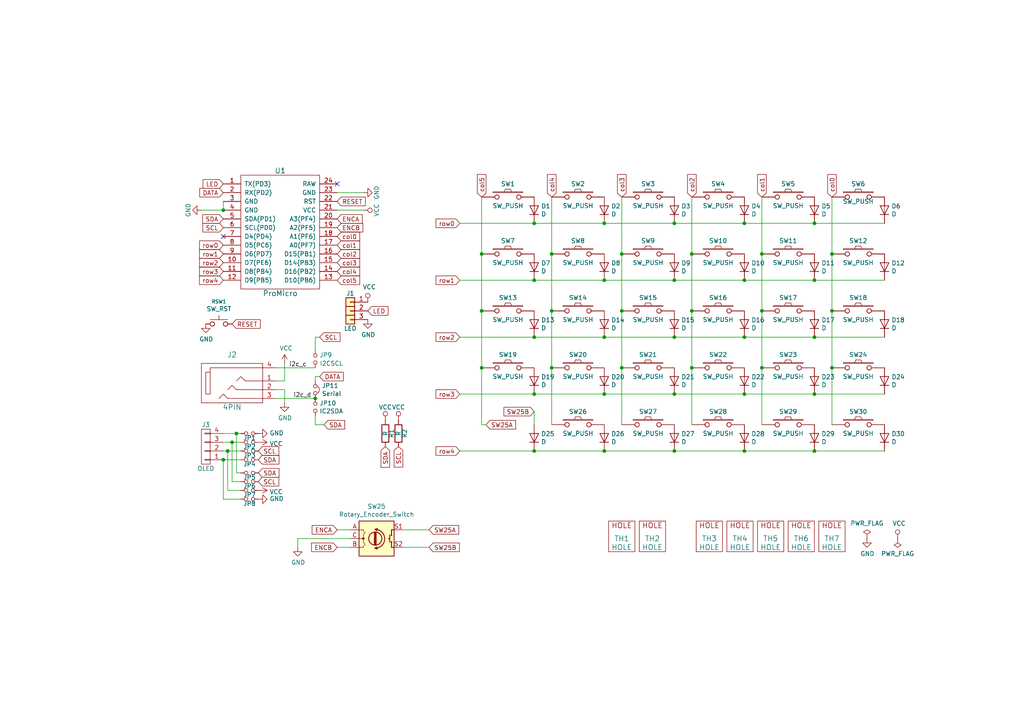
<source format=kicad_sch>
(kicad_sch (version 20211123) (generator eeschema)
  (paper "A4")
  (lib_symbols
    (symbol "SofleKeyboard-rescue:D-Lily58-cache-Lily58_Pro-rescue" (pin_numbers hide) (pin_names (offset 1.016) hide)
      (property "Reference" "D" (at 0 2.54 0))
      (property "Value" "D-Lily58-cache-Lily58_Pro-rescue" (at 0 -2.54 0))
      (symbol "D-Lily58-cache-Lily58_Pro-rescue_1_1"
        (pin passive line (at -3.81 0 0) (length 2.54) (name "K") (number "1"))
        (pin passive line (at 3.81 0 180) (length 2.54) (name "A") (number "2"))
      )
    )
    (symbol "SofleKeyboard-rescue:GND-Lily58-cache-Lily58_Pro-rescue" (power) (pin_names (offset 0))
      (property "Value" "GND-Lily58-cache-Lily58_Pro-rescue" (at 0 -3.81 0))
      (symbol "GND-Lily58-cache-Lily58_Pro-rescue_1_1"
        (pin power_in line (at 0 0 0) (length 0) hide (name "GND") (number "1"))
      )
    )
    (symbol "SofleKeyboard-rescue:HOLE-Lily58-cache-Lily58_Pro-rescue" (pin_names (offset 1.016))
      (property "Reference" "U" (at 0 0 0))
      (property "Value" "HOLE-Lily58-cache-Lily58_Pro-rescue" (at 0 -5.08 0))
      (symbol "HOLE-Lily58-cache-Lily58_Pro-rescue_0_0"
        (text "HOLE" (at 0 3.81 0) (effects (font (size 1.524 1.524))))
      )
    )
    (symbol "SofleKeyboard-rescue:Jumper_NC_Small-Device" (pin_numbers hide) (pin_names (offset 0.762) hide)
      (property "Reference" "JP" (at 0 2.032 0))
      (property "Value" "Jumper_NC_Small-Device" (at 0.254 -1.524 0))
      (symbol "Jumper_NC_Small-Device_0_1"
        (pin passive line (at -2.54 0 0) (length 1.016) (name "1") (number "1"))
        (pin passive line (at 2.54 0 180) (length 1.016) (name "2") (number "2"))
      )
    )
    (symbol "SofleKeyboard-rescue:Jumper_NO_Small-Device" (pin_numbers hide) (pin_names (offset 0.762) hide)
      (property "Reference" "JP" (at 0 2.032 0))
      (property "Value" "Jumper_NO_Small-Device" (at 0.254 -1.524 0))
      (symbol "Jumper_NO_Small-Device_0_1"
        (pin passive line (at -2.54 0 0) (length 1.016) (name "1") (number "1"))
        (pin passive line (at 2.54 0 180) (length 1.016) (name "2") (number "2"))
      )
    )
    (symbol "SofleKeyboard-rescue:LED-Lily58-cache-Lily58_Pro-rescue" (pin_names (offset 1.016) hide)
      (property "Reference" "J" (at 0 5.08 0))
      (property "Value" "LED-Lily58-cache-Lily58_Pro-rescue" (at 0 -5.08 0))
      (symbol "LED-Lily58-cache-Lily58_Pro-rescue_1_1"
        (pin passive line (at 5.08 2.54 180) (length 3.81) (name "Pin_1") (number "1"))
        (pin passive line (at 5.08 0 180) (length 3.81) (name "Pin_2") (number "2"))
        (pin passive line (at 5.08 -2.54 180) (length 3.81) (name "Pin_3") (number "3"))
      )
    )
    (symbol "SofleKeyboard-rescue:MJ-4PP-9-Lily58-cache-Lily58_Pro-rescue" (pin_names (offset 1.016))
      (property "Reference" "J" (at -8.89 -7.62 0))
      (property "Value" "MJ-4PP-9-Lily58-cache-Lily58_Pro-rescue" (at -3.81 6.35 0))
      (symbol "MJ-4PP-9-Lily58-cache-Lily58_Pro-rescue_1_1"
        (pin passive line (at 11.43 0 180) (length 3.81) (name "~") (number "1"))
        (pin passive line (at 11.43 -2.54 180) (length 3.81) (name "~") (number "2"))
        (pin passive line (at 11.43 -5.08 180) (length 3.81) (name "~") (number "3"))
        (pin passive line (at 11.43 3.81 180) (length 3.81) (name "~") (number "4"))
      )
    )
    (symbol "SofleKeyboard-rescue:OLED-Lily58-cache-Lily58_Pro-rescue" (pin_names (offset 1.016) hide)
      (property "Reference" "J" (at 0 6.35 0))
      (property "Value" "OLED-Lily58-cache-Lily58_Pro-rescue" (at 2.54 0 90))
      (symbol "OLED-Lily58-cache-Lily58_Pro-rescue_1_1"
        (pin passive line (at -5.08 3.81 0) (length 3.81) (name "P1") (number "1"))
        (pin passive line (at -5.08 1.27 0) (length 3.81) (name "P2") (number "2"))
        (pin passive line (at -5.08 -1.27 0) (length 3.81) (name "P3") (number "3"))
        (pin passive line (at -5.08 -3.81 0) (length 3.81) (name "P4") (number "4"))
      )
    )
    (symbol "SofleKeyboard-rescue:PWR_FLAG-Lily58-cache-Lily58_Pro-rescue" (power) (pin_numbers hide) (pin_names (offset 0) hide)
      (property "Value" "PWR_FLAG-Lily58-cache-Lily58_Pro-rescue" (at 0 3.81 0))
      (symbol "PWR_FLAG-Lily58-cache-Lily58_Pro-rescue_0_0"
        (pin power_out line (at 0 0 90) (length 0) (name "pwr") (number "1"))
      )
    )
    (symbol "SofleKeyboard-rescue:ProMicro_2-Lily58-cache-Lily58_Pro-rescue" (pin_names (offset 1.016))
      (property "Reference" "U" (at 0 17.78 0))
      (property "Value" "ProMicro_2-Lily58-cache-Lily58_Pro-rescue" (at 0 -17.78 0))
      (symbol "ProMicro_2-Lily58-cache-Lily58_Pro-rescue_1_1"
        (pin input line (at -16.51 13.97 0) (length 5.08) (name "TX(PD3)") (number "1"))
        (pin input line (at -16.51 -8.89 0) (length 5.08) (name "D7(PE6)") (number "10"))
        (pin input line (at -16.51 -11.43 0) (length 5.08) (name "D8(PB4)") (number "11"))
        (pin input line (at -16.51 -13.97 0) (length 5.08) (name "D9(PB5)") (number "12"))
        (pin input line (at 16.51 -13.97 180) (length 5.08) (name "D10(PB6)") (number "13"))
        (pin input line (at 16.51 -11.43 180) (length 5.08) (name "D16(PB2)") (number "14"))
        (pin input line (at 16.51 -8.89 180) (length 5.08) (name "D14(PB3)") (number "15"))
        (pin input line (at 16.51 -6.35 180) (length 5.08) (name "D15(PB1)") (number "16"))
        (pin input line (at 16.51 -3.81 180) (length 5.08) (name "A0(PF7)") (number "17"))
        (pin input line (at 16.51 -1.27 180) (length 5.08) (name "A1(PF6)") (number "18"))
        (pin input line (at 16.51 1.27 180) (length 5.08) (name "A2(PF5)") (number "19"))
        (pin input line (at -16.51 11.43 0) (length 5.08) (name "RX(PD2)") (number "2"))
        (pin input line (at 16.51 3.81 180) (length 5.08) (name "A3(PF4)") (number "20"))
        (pin input line (at 16.51 6.35 180) (length 5.08) (name "VCC") (number "21"))
        (pin input line (at 16.51 8.89 180) (length 5.08) (name "RST") (number "22"))
        (pin input line (at 16.51 11.43 180) (length 5.08) (name "GND") (number "23"))
        (pin input line (at 16.51 13.97 180) (length 5.08) (name "RAW") (number "24"))
        (pin input line (at -16.51 8.89 0) (length 5.08) (name "GND") (number "3"))
        (pin input line (at -16.51 6.35 0) (length 5.08) (name "GND") (number "4"))
        (pin input line (at -16.51 3.81 0) (length 5.08) (name "SDA(PD1)") (number "5"))
        (pin input line (at -16.51 1.27 0) (length 5.08) (name "SCL(PD0)") (number "6"))
        (pin input line (at -16.51 -1.27 0) (length 5.08) (name "D4(PD4)") (number "7"))
        (pin input line (at -16.51 -3.81 0) (length 5.08) (name "D5(PC6)") (number "8"))
        (pin input line (at -16.51 -6.35 0) (length 5.08) (name "D6(PD7)") (number "9"))
      )
    )
    (symbol "SofleKeyboard-rescue:R-Lily58-cache-Lily58_Pro-rescue" (pin_numbers hide) (pin_names (offset 0))
      (property "Reference" "R" (at 0 0 90))
      (property "Value" "R-Lily58-cache-Lily58_Pro-rescue" (at -2.54 0 90))
      (symbol "R-Lily58-cache-Lily58_Pro-rescue_1_1"
        (pin passive line (at 0 3.81 270) (length 1.27) (name "~") (number "1"))
        (pin passive line (at 0 -3.81 90) (length 1.27) (name "~") (number "2"))
      )
    )
    (symbol "SofleKeyboard-rescue:Rotary_Encoder_Switch-Device" (pin_names (offset 0.254) hide)
      (property "Reference" "SW" (at 0 6.604 0))
      (property "Value" "Rotary_Encoder_Switch-Device" (at 0 -6.604 0))
      (symbol "Rotary_Encoder_Switch-Device_1_1"
        (pin passive line (at -7.62 2.54 0) (length 2.54) (name "A") (number "A"))
        (pin passive line (at -7.62 -2.54 0) (length 2.54) (name "B") (number "B"))
        (pin passive line (at -7.62 0 0) (length 2.54) (name "C") (number "C"))
        (pin passive line (at 7.62 2.54 180) (length 2.54) (name "S1") (number "S1"))
        (pin passive line (at 7.62 -2.54 180) (length 2.54) (name "S2") (number "S2"))
      )
    )
    (symbol "SofleKeyboard-rescue:SW_PUSH-Lily58-cache-Lily58_Pro-rescue" (pin_numbers hide) (pin_names (offset 1.016) hide)
      (property "Reference" "SW" (at 3.81 2.794 0))
      (property "Value" "SW_PUSH-Lily58-cache-Lily58_Pro-rescue" (at 0 -2.032 0))
      (symbol "SW_PUSH-Lily58-cache-Lily58_Pro-rescue_0_1"
        (pin passive inverted (at -7.62 0 0) (length 5.08) (name "1") (number "1"))
        (pin passive inverted (at 7.62 0 180) (length 5.08) (name "2") (number "2"))
      )
    )
    (symbol "SofleKeyboard-rescue:SW_RST-Lily58-cache-Lily58_Pro-rescue" (pin_numbers hide) (pin_names (offset 1.016) hide)
      (property "Reference" "RSW" (at 2.54 2.54 0))
      (property "Value" "SW_RST-Lily58-cache-Lily58_Pro-rescue" (at 0 -2.54 0))
      (symbol "SW_RST-Lily58-cache-Lily58_Pro-rescue_0_1"
        (pin passive inverted (at -3.81 0 0) (length 2.54) (name "1") (number "1"))
        (pin passive inverted (at 3.81 0 180) (length 2.54) (name "2") (number "2"))
      )
    )
    (symbol "SofleKeyboard-rescue:VCC-Lily58-cache-Lily58_Pro-rescue" (power) (pin_names (offset 0))
      (property "Value" "VCC-Lily58-cache-Lily58_Pro-rescue" (at 0 3.81 0))
      (symbol "VCC-Lily58-cache-Lily58_Pro-rescue_1_1"
        (pin power_in line (at 0 0 90) (length 0) hide (name "VCC") (number "1"))
      )
    )
    (symbol "power:GND" (power) (pin_names (offset 0))
      (property "Value" "GND" (at 0 -3.81 0))
      (symbol "GND_1_1"
        (pin power_in line (at 0 0 270) (length 0) hide (name "GND") (number "1"))
      )
    )
    (symbol "power:VCC" (power) (pin_names (offset 0))
      (property "Value" "VCC" (at 0 3.81 0))
      (symbol "VCC_1_1"
        (pin power_in line (at 0 0 90) (length 0) hide (name "VCC") (number "1"))
      )
    )
  )
  (junction (at 236.22 64.77))
  (junction (at 180.34 106.68))
  (junction (at 175.26 81.28))
  (junction (at 200.66 73.66))
  (junction (at 236.22 114.3))
  (junction (at 154.94 114.3))
  (junction (at 175.26 114.3))
  (junction (at 180.34 73.66))
  (junction (at 175.26 97.79))
  (junction (at 195.58 81.28))
  (junction (at 215.9 130.81))
  (junction (at 154.94 97.79))
  (junction (at 220.98 106.68))
  (junction (at 195.58 130.81))
  (junction (at 220.98 90.17))
  (junction (at 139.7 90.17))
  (junction (at 215.9 64.77))
  (junction (at 220.98 73.66))
  (junction (at 195.58 114.3))
  (junction (at 241.3 73.66))
  (junction (at 66.04 130.81))
  (junction (at 160.02 106.68))
  (junction (at 180.34 90.17))
  (junction (at 91.44 115.57))
  (junction (at 139.7 106.68))
  (junction (at 64.77 60.96))
  (junction (at 64.77 133.35))
  (junction (at 215.9 81.28))
  (junction (at 200.66 90.17))
  (junction (at 154.94 130.81))
  (junction (at 241.3 106.68))
  (junction (at 236.22 81.28))
  (junction (at 195.58 64.77))
  (junction (at 195.58 97.79))
  (junction (at 67.31 128.27))
  (junction (at 68.58 125.73))
  (junction (at 154.94 64.77))
  (junction (at 154.94 81.28))
  (junction (at 215.9 114.3))
  (junction (at 236.22 97.79))
  (junction (at 236.22 130.81))
  (junction (at 200.66 106.68))
  (junction (at 175.26 64.77))
  (junction (at 241.3 90.17))
  (junction (at 139.7 73.66))
  (junction (at 175.26 130.81))
  (junction (at 160.02 90.17))
  (junction (at 160.02 73.66))
  (junction (at 215.9 97.79))
  (no_connect (at 64.77 68.58))
  (no_connect (at 97.79 53.34))
  (wire (pts (xy 116.84 158.75) (xy 124.46 158.75)))
  (wire (pts (xy 66.04 130.81) (xy 69.85 130.81)))
  (wire (pts (xy 64.77 130.81) (xy 66.04 130.81)))
  (wire (pts (xy 195.58 130.81) (xy 215.9 130.81)))
  (wire (pts (xy 180.34 73.66) (xy 180.34 90.17)))
  (wire (pts (xy 175.26 114.3) (xy 154.94 114.3)))
  (wire (pts (xy 116.84 153.67) (xy 124.46 153.67)))
  (wire (pts (xy 91.44 123.19) (xy 93.98 123.19)))
  (wire (pts (xy 215.9 97.79) (xy 236.22 97.79)))
  (wire (pts (xy 139.7 57.15) (xy 139.7 73.66)))
  (wire (pts (xy 236.22 114.3) (xy 256.54 114.3)))
  (wire (pts (xy 64.77 60.96) (xy 58.42 60.96)))
  (wire (pts (xy 175.26 130.81) (xy 195.58 130.81)))
  (wire (pts (xy 101.6 156.21) (xy 86.36 156.21)))
  (wire (pts (xy 215.9 130.81) (xy 236.22 130.81)))
  (wire (pts (xy 80.01 106.68) (xy 91.44 106.68)))
  (wire (pts (xy 139.7 106.68) (xy 139.7 123.19)))
  (wire (pts (xy 160.02 106.68) (xy 160.02 123.19)))
  (wire (pts (xy 64.77 144.78) (xy 69.85 144.78)))
  (wire (pts (xy 97.79 158.75) (xy 101.6 158.75)))
  (wire (pts (xy 67.31 128.27) (xy 69.85 128.27)))
  (wire (pts (xy 139.7 90.17) (xy 139.7 106.68)))
  (wire (pts (xy 154.94 64.77) (xy 133.35 64.77)))
  (wire (pts (xy 97.79 55.88) (xy 105.41 55.88)))
  (wire (pts (xy 82.55 113.03) (xy 82.55 116.84)))
  (wire (pts (xy 68.58 125.73) (xy 69.85 125.73)))
  (wire (pts (xy 64.77 133.35) (xy 64.77 144.78)))
  (wire (pts (xy 82.55 110.49) (xy 80.01 110.49)))
  (wire (pts (xy 195.58 64.77) (xy 215.9 64.77)))
  (wire (pts (xy 175.26 64.77) (xy 195.58 64.77)))
  (wire (pts (xy 215.9 114.3) (xy 236.22 114.3)))
  (wire (pts (xy 220.98 106.68) (xy 220.98 90.17)))
  (wire (pts (xy 64.77 128.27) (xy 67.31 128.27)))
  (wire (pts (xy 175.26 64.77) (xy 154.94 64.77)))
  (wire (pts (xy 180.34 57.15) (xy 180.34 73.66)))
  (wire (pts (xy 236.22 97.79) (xy 256.54 97.79)))
  (wire (pts (xy 133.35 130.81) (xy 154.94 130.81)))
  (wire (pts (xy 86.36 156.21) (xy 86.36 158.75)))
  (wire (pts (xy 195.58 81.28) (xy 215.9 81.28)))
  (wire (pts (xy 195.58 97.79) (xy 215.9 97.79)))
  (wire (pts (xy 67.31 139.7) (xy 69.85 139.7)))
  (wire (pts (xy 80.01 115.57) (xy 91.44 115.57)))
  (wire (pts (xy 64.77 58.42) (xy 64.77 60.96)))
  (wire (pts (xy 175.26 81.28) (xy 154.94 81.28)))
  (wire (pts (xy 175.26 81.28) (xy 195.58 81.28)))
  (wire (pts (xy 154.94 119.38) (xy 154.94 123.19)))
  (wire (pts (xy 180.34 90.17) (xy 180.34 106.68)))
  (wire (pts (xy 91.44 110.49) (xy 91.44 109.22)))
  (wire (pts (xy 154.94 81.28) (xy 133.35 81.28)))
  (wire (pts (xy 66.04 130.81) (xy 66.04 142.24)))
  (wire (pts (xy 195.58 114.3) (xy 215.9 114.3)))
  (wire (pts (xy 241.3 73.66) (xy 241.3 57.15)))
  (wire (pts (xy 68.58 137.16) (xy 69.85 137.16)))
  (wire (pts (xy 80.01 113.03) (xy 82.55 113.03)))
  (wire (pts (xy 68.58 125.73) (xy 68.58 137.16)))
  (wire (pts (xy 160.02 90.17) (xy 160.02 106.68)))
  (wire (pts (xy 82.55 105.41) (xy 82.55 110.49)))
  (wire (pts (xy 215.9 81.28) (xy 236.22 81.28)))
  (wire (pts (xy 66.04 142.24) (xy 69.85 142.24)))
  (wire (pts (xy 69.85 133.35) (xy 64.77 133.35)))
  (wire (pts (xy 91.44 97.79) (xy 92.71 97.79)))
  (wire (pts (xy 200.66 90.17) (xy 200.66 106.68)))
  (wire (pts (xy 91.44 109.22) (xy 92.71 109.22)))
  (wire (pts (xy 236.22 64.77) (xy 256.54 64.77)))
  (wire (pts (xy 241.3 106.68) (xy 241.3 123.19)))
  (wire (pts (xy 67.31 128.27) (xy 67.31 139.7)))
  (wire (pts (xy 236.22 130.81) (xy 256.54 130.81)))
  (wire (pts (xy 91.44 120.65) (xy 91.44 123.19)))
  (wire (pts (xy 139.7 73.66) (xy 139.7 90.17)))
  (wire (pts (xy 220.98 57.15) (xy 220.98 73.66)))
  (wire (pts (xy 154.94 130.81) (xy 175.26 130.81)))
  (wire (pts (xy 220.98 73.66) (xy 220.98 90.17)))
  (wire (pts (xy 91.44 97.79) (xy 91.44 101.6)))
  (wire (pts (xy 236.22 64.77) (xy 215.9 64.77)))
  (wire (pts (xy 180.34 106.68) (xy 180.34 123.19)))
  (wire (pts (xy 241.3 90.17) (xy 241.3 73.66)))
  (wire (pts (xy 64.77 125.73) (xy 68.58 125.73)))
  (wire (pts (xy 97.79 153.67) (xy 101.6 153.67)))
  (wire (pts (xy 154.94 114.3) (xy 133.35 114.3)))
  (wire (pts (xy 160.02 57.15) (xy 160.02 73.66)))
  (wire (pts (xy 97.79 60.96) (xy 105.41 60.96)))
  (wire (pts (xy 241.3 90.17) (xy 241.3 106.68)))
  (wire (pts (xy 175.26 97.79) (xy 154.94 97.79)))
  (wire (pts (xy 175.26 114.3) (xy 195.58 114.3)))
  (wire (pts (xy 200.66 73.66) (xy 200.66 90.17)))
  (wire (pts (xy 139.7 123.19) (xy 140.97 123.19)))
  (wire (pts (xy 160.02 73.66) (xy 160.02 90.17)))
  (wire (pts (xy 154.94 97.79) (xy 133.35 97.79)))
  (wire (pts (xy 175.26 97.79) (xy 195.58 97.79)))
  (wire (pts (xy 200.66 106.68) (xy 200.66 123.19)))
  (wire (pts (xy 220.98 106.68) (xy 220.98 123.19)))
  (wire (pts (xy 200.66 57.15) (xy 200.66 73.66)))
  (wire (pts (xy 236.22 81.28) (xy 256.54 81.28)))
  (label "i2c_c" (at 83.82 106.68 0))
  (label "i2c_d" (at 85.09 115.57 0))
  (global_label "col0" (shape input) (at 97.79 68.58 0) (property "Intersheet References" "${INTERSHEET_REFS}" (effects hide)))
  (global_label "SW25B" (shape input) (at 154.94 119.38 180) (property "Intersheet References" "${INTERSHEET_REFS}" (effects hide)))
  (global_label "col5" (shape input) (at 139.7 57.15 90) (property "Intersheet References" "${INTERSHEET_REFS}" (effects hide)))
  (global_label "SDA" (shape input) (at 111.76 129.54 270) (property "Intersheet References" "${INTERSHEET_REFS}" (effects hide)))
  (global_label "row4" (shape input) (at 133.35 130.81 180) (property "Intersheet References" "${INTERSHEET_REFS}" (effects hide)))
  (global_label "row0" (shape input) (at 64.77 71.12 180) (property "Intersheet References" "${INTERSHEET_REFS}" (effects hide)))
  (global_label "col2" (shape input) (at 97.79 73.66 0) (property "Intersheet References" "${INTERSHEET_REFS}" (effects hide)))
  (global_label "DATA" (shape input) (at 92.71 109.22 0) (property "Intersheet References" "${INTERSHEET_REFS}" (effects hide)))
  (global_label "SDA" (shape input) (at 74.93 137.16 0) (property "Intersheet References" "${INTERSHEET_REFS}" (effects hide)))
  (global_label "col5" (shape input) (at 97.79 81.28 0) (property "Intersheet References" "${INTERSHEET_REFS}" (effects hide)))
  (global_label "col3" (shape input) (at 97.79 76.2 0) (property "Intersheet References" "${INTERSHEET_REFS}" (effects hide)))
  (global_label "row3" (shape input) (at 133.35 114.3 180) (property "Intersheet References" "${INTERSHEET_REFS}" (effects hide)))
  (global_label "col0" (shape input) (at 241.3 57.15 90) (property "Intersheet References" "${INTERSHEET_REFS}" (effects hide)))
  (global_label "SDA" (shape input) (at 93.98 123.19 0) (property "Intersheet References" "${INTERSHEET_REFS}" (effects hide)))
  (global_label "row4" (shape input) (at 64.77 81.28 180) (property "Intersheet References" "${INTERSHEET_REFS}" (effects hide)))
  (global_label "ENCA" (shape input) (at 97.79 153.67 180) (property "Intersheet References" "${INTERSHEET_REFS}" (effects hide)))
  (global_label "col3" (shape input) (at 180.34 57.15 90) (property "Intersheet References" "${INTERSHEET_REFS}" (effects hide)))
  (global_label "row2" (shape input) (at 64.77 76.2 180) (property "Intersheet References" "${INTERSHEET_REFS}" (effects hide)))
  (global_label "SCL" (shape input) (at 74.93 130.81 0) (property "Intersheet References" "${INTERSHEET_REFS}" (effects hide)))
  (global_label "RESET" (shape input) (at 97.79 58.42 0) (property "Intersheet References" "${INTERSHEET_REFS}" (effects hide)))
  (global_label "SDA" (shape input) (at 64.77 63.5 180) (property "Intersheet References" "${INTERSHEET_REFS}" (effects hide)))
  (global_label "DATA" (shape input) (at 64.77 55.88 180) (property "Intersheet References" "${INTERSHEET_REFS}" (effects hide)))
  (global_label "col4" (shape input) (at 160.02 57.15 90) (property "Intersheet References" "${INTERSHEET_REFS}" (effects hide)))
  (global_label "row3" (shape input) (at 64.77 78.74 180) (property "Intersheet References" "${INTERSHEET_REFS}" (effects hide)))
  (global_label "col1" (shape input) (at 220.98 57.15 90) (property "Intersheet References" "${INTERSHEET_REFS}" (effects hide)))
  (global_label "LED" (shape input) (at 106.68 90.17 0) (property "Intersheet References" "${INTERSHEET_REFS}" (effects hide)))
  (global_label "col2" (shape input) (at 200.66 57.15 90) (property "Intersheet References" "${INTERSHEET_REFS}" (effects hide)))
  (global_label "RESET" (shape input) (at 67.31 93.98 0) (property "Intersheet References" "${INTERSHEET_REFS}" (effects hide)))
  (global_label "ENCA" (shape input) (at 97.79 63.5 0) (property "Intersheet References" "${INTERSHEET_REFS}" (effects hide)))
  (global_label "SCL" (shape input) (at 92.71 97.79 0) (property "Intersheet References" "${INTERSHEET_REFS}" (effects hide)))
  (global_label "SCL" (shape input) (at 64.77 66.04 180) (property "Intersheet References" "${INTERSHEET_REFS}" (effects hide)))
  (global_label "ENCB" (shape input) (at 97.79 66.04 0) (property "Intersheet References" "${INTERSHEET_REFS}" (effects hide)))
  (global_label "col4" (shape input) (at 97.79 78.74 0) (property "Intersheet References" "${INTERSHEET_REFS}" (effects hide)))
  (global_label "row1" (shape input) (at 64.77 73.66 180) (property "Intersheet References" "${INTERSHEET_REFS}" (effects hide)))
  (global_label "SW25A" (shape input) (at 124.46 153.67 0) (property "Intersheet References" "${INTERSHEET_REFS}" (effects hide)))
  (global_label "ENCB" (shape input) (at 97.79 158.75 180) (property "Intersheet References" "${INTERSHEET_REFS}" (effects hide)))
  (global_label "SCL" (shape input) (at 74.93 139.7 0) (property "Intersheet References" "${INTERSHEET_REFS}" (effects hide)))
  (global_label "SW25B" (shape input) (at 124.46 158.75 0) (property "Intersheet References" "${INTERSHEET_REFS}" (effects hide)))
  (global_label "row2" (shape input) (at 133.35 97.79 180) (property "Intersheet References" "${INTERSHEET_REFS}" (effects hide)))
  (global_label "SCL" (shape input) (at 115.57 129.54 270) (property "Intersheet References" "${INTERSHEET_REFS}" (effects hide)))
  (global_label "row1" (shape input) (at 133.35 81.28 180) (property "Intersheet References" "${INTERSHEET_REFS}" (effects hide)))
  (global_label "SW25A" (shape input) (at 140.97 123.19 0) (property "Intersheet References" "${INTERSHEET_REFS}" (effects hide)))
  (global_label "SDA" (shape input) (at 74.93 133.35 0) (property "Intersheet References" "${INTERSHEET_REFS}" (effects hide)))
  (global_label "LED" (shape input) (at 64.77 53.34 180) (property "Intersheet References" "${INTERSHEET_REFS}" (effects hide)))
  (global_label "col1" (shape input) (at 97.79 71.12 0) (property "Intersheet References" "${INTERSHEET_REFS}" (effects hide)))
  (global_label "row0" (shape input) (at 133.35 64.77 180) (property "Intersheet References" "${INTERSHEET_REFS}" (effects hide)))
  (symbol (lib_id "SofleKeyboard-rescue:ProMicro_2-Lily58-cache-Lily58_Pro-rescue") (at 81.28 67.31 0) (unit 1)
    (property "Reference" "U1" (at 81.28 49.53 0) (effects (font (size 1.524 1.524))))
    (property "Value" "ProMicro" (at 81.28 85.09 0) (effects (font (size 1.524 1.524))))
    (property "Footprint" "SofleKeyboard-footprint:ArduinoProMicro-ZigZag-DoubleSided" (effects hide))
  )
  (symbol (lib_id "SofleKeyboard-rescue:SW_PUSH-Lily58-cache-Lily58_Pro-rescue") (at 167.64 123.19 0) (unit 1)
    (property "Reference" "SW26" (at 167.64 119.38 0))
    (property "Value" "SW_PUSH" (at 167.64 125.73 0))
    (property "Footprint" "SofleKeyboard-footprint:CherryMX_Hotswap_1.5" (effects hide))
  )
  (symbol (lib_id "SofleKeyboard-rescue:SW_PUSH-Lily58-cache-Lily58_Pro-rescue") (at 147.32 57.15 0) (unit 1)
    (property "Reference" "SW1" (at 147.32 53.34 0))
    (property "Value" "SW_PUSH" (at 147.32 59.69 0))
    (property "Footprint" "SofleKeyboard-footprint:CherryMX_Hotswap" (effects hide))
  )
  (symbol (lib_id "SofleKeyboard-rescue:D-Lily58-cache-Lily58_Pro-rescue") (at 154.94 60.96 90) (unit 1)
    (property "Reference" "D1" (at 156.9466 59.7916 90) (effects (justify right)))
    (property "Value" "D" (at 156.9466 62.103 90) (effects (justify right)))
    (property "Footprint" "SofleKeyboard-footprint:Diode_SOD123" (effects hide))
  )
  (symbol (lib_id "SofleKeyboard-rescue:SW_PUSH-Lily58-cache-Lily58_Pro-rescue") (at 167.64 57.15 0) (unit 1)
    (property "Reference" "SW2" (at 167.64 53.34 0))
    (property "Value" "SW_PUSH" (at 167.64 59.69 0))
    (property "Footprint" "SofleKeyboard-footprint:CherryMX_Hotswap" (effects hide))
  )
  (symbol (lib_id "SofleKeyboard-rescue:D-Lily58-cache-Lily58_Pro-rescue") (at 175.26 60.96 90) (unit 1)
    (property "Reference" "D2" (at 177.2666 59.7916 90) (effects (justify right)))
    (property "Value" "D" (at 177.2666 62.103 90) (effects (justify right)))
    (property "Footprint" "SofleKeyboard-footprint:Diode_SOD123" (effects hide))
  )
  (symbol (lib_id "SofleKeyboard-rescue:SW_PUSH-Lily58-cache-Lily58_Pro-rescue") (at 187.96 57.15 0) (unit 1)
    (property "Reference" "SW3" (at 187.96 53.34 0))
    (property "Value" "SW_PUSH" (at 187.96 59.69 0))
    (property "Footprint" "SofleKeyboard-footprint:CherryMX_Hotswap" (effects hide))
  )
  (symbol (lib_id "SofleKeyboard-rescue:D-Lily58-cache-Lily58_Pro-rescue") (at 195.58 60.96 90) (unit 1)
    (property "Reference" "D3" (at 197.5866 59.7916 90) (effects (justify right)))
    (property "Value" "D" (at 197.5866 62.103 90) (effects (justify right)))
    (property "Footprint" "SofleKeyboard-footprint:Diode_SOD123" (effects hide))
  )
  (symbol (lib_id "SofleKeyboard-rescue:SW_PUSH-Lily58-cache-Lily58_Pro-rescue") (at 208.28 57.15 0) (unit 1)
    (property "Reference" "SW4" (at 208.28 53.34 0))
    (property "Value" "SW_PUSH" (at 208.28 59.69 0))
    (property "Footprint" "SofleKeyboard-footprint:CherryMX_Hotswap" (effects hide))
  )
  (symbol (lib_id "SofleKeyboard-rescue:D-Lily58-cache-Lily58_Pro-rescue") (at 215.9 60.96 90) (unit 1)
    (property "Reference" "D4" (at 217.9066 59.7916 90) (effects (justify right)))
    (property "Value" "D" (at 217.9066 62.103 90) (effects (justify right)))
    (property "Footprint" "SofleKeyboard-footprint:Diode_SOD123" (effects hide))
  )
  (symbol (lib_id "SofleKeyboard-rescue:SW_PUSH-Lily58-cache-Lily58_Pro-rescue") (at 228.6 57.15 0) (unit 1)
    (property "Reference" "SW5" (at 228.6 53.34 0))
    (property "Value" "SW_PUSH" (at 228.6 59.69 0))
    (property "Footprint" "SofleKeyboard-footprint:CherryMX_Hotswap" (effects hide))
  )
  (symbol (lib_id "SofleKeyboard-rescue:D-Lily58-cache-Lily58_Pro-rescue") (at 236.22 60.96 90) (unit 1)
    (property "Reference" "D5" (at 238.2266 59.7916 90) (effects (justify right)))
    (property "Value" "D" (at 238.2266 62.103 90) (effects (justify right)))
    (property "Footprint" "SofleKeyboard-footprint:Diode_SOD123" (effects hide))
  )
  (symbol (lib_id "SofleKeyboard-rescue:SW_PUSH-Lily58-cache-Lily58_Pro-rescue") (at 248.92 57.15 0) (unit 1)
    (property "Reference" "SW6" (at 248.92 53.34 0))
    (property "Value" "SW_PUSH" (at 248.92 58.42 0))
    (property "Footprint" "SofleKeyboard-footprint:CherryMX_Hotswap" (effects hide))
  )
  (symbol (lib_id "SofleKeyboard-rescue:D-Lily58-cache-Lily58_Pro-rescue") (at 256.54 60.96 90) (unit 1)
    (property "Reference" "D6" (at 258.5466 59.7916 90) (effects (justify right)))
    (property "Value" "D" (at 258.5466 62.103 90) (effects (justify right)))
    (property "Footprint" "SofleKeyboard-footprint:Diode_SOD123" (effects hide))
  )
  (symbol (lib_id "SofleKeyboard-rescue:SW_PUSH-Lily58-cache-Lily58_Pro-rescue") (at 167.64 73.66 0) (unit 1)
    (property "Reference" "SW8" (at 167.64 69.85 0))
    (property "Value" "SW_PUSH" (at 167.64 76.2 0))
    (property "Footprint" "SofleKeyboard-footprint:CherryMX_Hotswap" (effects hide))
  )
  (symbol (lib_id "SofleKeyboard-rescue:SW_PUSH-Lily58-cache-Lily58_Pro-rescue") (at 187.96 73.66 0) (unit 1)
    (property "Reference" "SW9" (at 187.96 69.85 0))
    (property "Value" "SW_PUSH" (at 187.96 76.2 0))
    (property "Footprint" "SofleKeyboard-footprint:CherryMX_Hotswap" (effects hide))
  )
  (symbol (lib_id "SofleKeyboard-rescue:SW_PUSH-Lily58-cache-Lily58_Pro-rescue") (at 208.28 73.66 0) (unit 1)
    (property "Reference" "SW10" (at 208.28 69.85 0))
    (property "Value" "SW_PUSH" (at 208.28 76.2 0))
    (property "Footprint" "SofleKeyboard-footprint:CherryMX_Hotswap" (effects hide))
  )
  (symbol (lib_id "SofleKeyboard-rescue:SW_PUSH-Lily58-cache-Lily58_Pro-rescue") (at 228.6 73.66 0) (unit 1)
    (property "Reference" "SW11" (at 228.6 69.85 0))
    (property "Value" "SW_PUSH" (at 228.6 76.2 0))
    (property "Footprint" "SofleKeyboard-footprint:CherryMX_Hotswap" (effects hide))
  )
  (symbol (lib_id "SofleKeyboard-rescue:SW_PUSH-Lily58-cache-Lily58_Pro-rescue") (at 248.92 73.66 0) (unit 1)
    (property "Reference" "SW12" (at 248.92 69.85 0))
    (property "Value" "SW_PUSH" (at 248.92 76.2 0))
    (property "Footprint" "SofleKeyboard-footprint:CherryMX_Hotswap" (effects hide))
  )
  (symbol (lib_id "SofleKeyboard-rescue:SW_PUSH-Lily58-cache-Lily58_Pro-rescue") (at 147.32 73.66 0) (unit 1)
    (property "Reference" "SW7" (at 147.32 69.85 0))
    (property "Value" "SW_PUSH" (at 147.32 76.2 0))
    (property "Footprint" "SofleKeyboard-footprint:CherryMX_Hotswap" (effects hide))
  )
  (symbol (lib_id "SofleKeyboard-rescue:D-Lily58-cache-Lily58_Pro-rescue") (at 154.94 77.47 90) (unit 1)
    (property "Reference" "D7" (at 156.9466 76.3016 90) (effects (justify right)))
    (property "Value" "D" (at 156.9466 78.613 90) (effects (justify right)))
    (property "Footprint" "SofleKeyboard-footprint:Diode_SOD123" (effects hide))
  )
  (symbol (lib_id "SofleKeyboard-rescue:D-Lily58-cache-Lily58_Pro-rescue") (at 175.26 77.47 90) (unit 1)
    (property "Reference" "D8" (at 177.2666 76.3016 90) (effects (justify right)))
    (property "Value" "D" (at 177.2666 78.613 90) (effects (justify right)))
    (property "Footprint" "SofleKeyboard-footprint:Diode_SOD123" (effects hide))
  )
  (symbol (lib_id "SofleKeyboard-rescue:D-Lily58-cache-Lily58_Pro-rescue") (at 195.58 77.47 90) (unit 1)
    (property "Reference" "D9" (at 197.5866 76.3016 90) (effects (justify right)))
    (property "Value" "D" (at 197.5866 78.613 90) (effects (justify right)))
    (property "Footprint" "SofleKeyboard-footprint:Diode_SOD123" (effects hide))
  )
  (symbol (lib_id "SofleKeyboard-rescue:D-Lily58-cache-Lily58_Pro-rescue") (at 215.9 77.47 90) (unit 1)
    (property "Reference" "D10" (at 217.9066 76.3016 90) (effects (justify right)))
    (property "Value" "D" (at 217.9066 78.613 90) (effects (justify right)))
    (property "Footprint" "SofleKeyboard-footprint:Diode_SOD123" (effects hide))
  )
  (symbol (lib_id "SofleKeyboard-rescue:D-Lily58-cache-Lily58_Pro-rescue") (at 236.22 77.47 90) (unit 1)
    (property "Reference" "D11" (at 238.2266 76.3016 90) (effects (justify right)))
    (property "Value" "D" (at 238.2266 78.613 90) (effects (justify right)))
    (property "Footprint" "SofleKeyboard-footprint:Diode_SOD123" (effects hide))
  )
  (symbol (lib_id "SofleKeyboard-rescue:D-Lily58-cache-Lily58_Pro-rescue") (at 256.54 77.47 90) (unit 1)
    (property "Reference" "D12" (at 258.5466 76.3016 90) (effects (justify right)))
    (property "Value" "D" (at 258.5466 78.613 90) (effects (justify right)))
    (property "Footprint" "SofleKeyboard-footprint:Diode_SOD123" (effects hide))
  )
  (symbol (lib_id "SofleKeyboard-rescue:SW_PUSH-Lily58-cache-Lily58_Pro-rescue") (at 147.32 90.17 0) (unit 1)
    (property "Reference" "SW13" (at 147.32 86.36 0))
    (property "Value" "SW_PUSH" (at 147.32 92.71 0))
    (property "Footprint" "SofleKeyboard-footprint:CherryMX_Hotswap" (effects hide))
  )
  (symbol (lib_id "SofleKeyboard-rescue:SW_PUSH-Lily58-cache-Lily58_Pro-rescue") (at 167.64 90.17 0) (unit 1)
    (property "Reference" "SW14" (at 167.64 86.36 0))
    (property "Value" "SW_PUSH" (at 167.64 92.71 0))
    (property "Footprint" "SofleKeyboard-footprint:CherryMX_Hotswap" (effects hide))
  )
  (symbol (lib_id "SofleKeyboard-rescue:SW_PUSH-Lily58-cache-Lily58_Pro-rescue") (at 187.96 90.17 0) (unit 1)
    (property "Reference" "SW15" (at 187.96 86.36 0))
    (property "Value" "SW_PUSH" (at 187.96 92.71 0))
    (property "Footprint" "SofleKeyboard-footprint:CherryMX_Hotswap" (effects hide))
  )
  (symbol (lib_id "SofleKeyboard-rescue:SW_PUSH-Lily58-cache-Lily58_Pro-rescue") (at 208.28 90.17 0) (unit 1)
    (property "Reference" "SW16" (at 208.28 86.36 0))
    (property "Value" "SW_PUSH" (at 208.28 92.71 0))
    (property "Footprint" "SofleKeyboard-footprint:CherryMX_Hotswap" (effects hide))
  )
  (symbol (lib_id "SofleKeyboard-rescue:SW_PUSH-Lily58-cache-Lily58_Pro-rescue") (at 228.6 90.17 0) (unit 1)
    (property "Reference" "SW17" (at 228.6 86.36 0))
    (property "Value" "SW_PUSH" (at 228.6 92.71 0))
    (property "Footprint" "SofleKeyboard-footprint:CherryMX_Hotswap" (effects hide))
  )
  (symbol (lib_id "SofleKeyboard-rescue:SW_PUSH-Lily58-cache-Lily58_Pro-rescue") (at 248.92 90.17 0) (unit 1)
    (property "Reference" "SW18" (at 248.92 86.36 0))
    (property "Value" "SW_PUSH" (at 248.92 92.71 0))
    (property "Footprint" "SofleKeyboard-footprint:CherryMX_Hotswap" (effects hide))
  )
  (symbol (lib_id "SofleKeyboard-rescue:D-Lily58-cache-Lily58_Pro-rescue") (at 154.94 93.98 90) (unit 1)
    (property "Reference" "D13" (at 156.9466 92.8116 90) (effects (justify right)))
    (property "Value" "D" (at 156.9466 95.123 90) (effects (justify right)))
    (property "Footprint" "SofleKeyboard-footprint:Diode_SOD123" (effects hide))
  )
  (symbol (lib_id "SofleKeyboard-rescue:D-Lily58-cache-Lily58_Pro-rescue") (at 175.26 93.98 90) (unit 1)
    (property "Reference" "D14" (at 177.2666 92.8116 90) (effects (justify right)))
    (property "Value" "D" (at 177.2666 95.123 90) (effects (justify right)))
    (property "Footprint" "SofleKeyboard-footprint:Diode_SOD123" (effects hide))
  )
  (symbol (lib_id "SofleKeyboard-rescue:D-Lily58-cache-Lily58_Pro-rescue") (at 195.58 93.98 90) (unit 1)
    (property "Reference" "D15" (at 197.5866 92.8116 90) (effects (justify right)))
    (property "Value" "D" (at 197.5866 95.123 90) (effects (justify right)))
    (property "Footprint" "SofleKeyboard-footprint:Diode_SOD123" (effects hide))
  )
  (symbol (lib_id "SofleKeyboard-rescue:D-Lily58-cache-Lily58_Pro-rescue") (at 215.9 93.98 90) (unit 1)
    (property "Reference" "D16" (at 217.9066 92.8116 90) (effects (justify right)))
    (property "Value" "D" (at 217.9066 95.123 90) (effects (justify right)))
    (property "Footprint" "SofleKeyboard-footprint:Diode_SOD123" (effects hide))
  )
  (symbol (lib_id "SofleKeyboard-rescue:D-Lily58-cache-Lily58_Pro-rescue") (at 236.22 93.98 90) (unit 1)
    (property "Reference" "D17" (at 238.2266 92.8116 90) (effects (justify right)))
    (property "Value" "D" (at 238.2266 95.123 90) (effects (justify right)))
    (property "Footprint" "SofleKeyboard-footprint:Diode_SOD123" (effects hide))
  )
  (symbol (lib_id "SofleKeyboard-rescue:D-Lily58-cache-Lily58_Pro-rescue") (at 256.54 93.98 90) (unit 1)
    (property "Reference" "D18" (at 258.5466 92.8116 90) (effects (justify right)))
    (property "Value" "D" (at 258.5466 95.123 90) (effects (justify right)))
    (property "Footprint" "SofleKeyboard-footprint:Diode_SOD123" (effects hide))
  )
  (symbol (lib_id "SofleKeyboard-rescue:SW_PUSH-Lily58-cache-Lily58_Pro-rescue") (at 187.96 106.68 0) (unit 1)
    (property "Reference" "SW21" (at 187.96 102.87 0))
    (property "Value" "SW_PUSH" (at 187.96 109.22 0))
    (property "Footprint" "SofleKeyboard-footprint:CherryMX_Hotswap" (effects hide))
  )
  (symbol (lib_id "SofleKeyboard-rescue:SW_PUSH-Lily58-cache-Lily58_Pro-rescue") (at 208.28 106.68 0) (unit 1)
    (property "Reference" "SW22" (at 208.28 102.87 0))
    (property "Value" "SW_PUSH" (at 208.28 109.22 0))
    (property "Footprint" "SofleKeyboard-footprint:CherryMX_Hotswap" (effects hide))
  )
  (symbol (lib_id "SofleKeyboard-rescue:SW_PUSH-Lily58-cache-Lily58_Pro-rescue") (at 228.6 106.68 0) (unit 1)
    (property "Reference" "SW23" (at 228.6 102.87 0))
    (property "Value" "SW_PUSH" (at 228.6 109.22 0))
    (property "Footprint" "SofleKeyboard-footprint:CherryMX_Hotswap" (effects hide))
  )
  (symbol (lib_id "SofleKeyboard-rescue:SW_PUSH-Lily58-cache-Lily58_Pro-rescue") (at 248.92 106.68 0) (unit 1)
    (property "Reference" "SW24" (at 248.92 102.87 0))
    (property "Value" "SW_PUSH" (at 248.92 109.22 0))
    (property "Footprint" "SofleKeyboard-footprint:CherryMX_Hotswap" (effects hide))
  )
  (symbol (lib_id "SofleKeyboard-rescue:SW_PUSH-Lily58-cache-Lily58_Pro-rescue") (at 167.64 106.68 0) (unit 1)
    (property "Reference" "SW20" (at 167.64 102.87 0))
    (property "Value" "SW_PUSH" (at 167.64 109.22 0))
    (property "Footprint" "SofleKeyboard-footprint:CherryMX_Hotswap" (effects hide))
  )
  (symbol (lib_id "SofleKeyboard-rescue:SW_PUSH-Lily58-cache-Lily58_Pro-rescue") (at 147.32 106.68 0) (unit 1)
    (property "Reference" "SW19" (at 147.32 102.87 0))
    (property "Value" "SW_PUSH" (at 147.32 109.22 0))
    (property "Footprint" "SofleKeyboard-footprint:CherryMX_Hotswap" (effects hide))
  )
  (symbol (lib_id "SofleKeyboard-rescue:D-Lily58-cache-Lily58_Pro-rescue") (at 154.94 110.49 90) (unit 1)
    (property "Reference" "D19" (at 156.9466 109.3216 90) (effects (justify right)))
    (property "Value" "D" (at 156.9466 111.633 90) (effects (justify right)))
    (property "Footprint" "SofleKeyboard-footprint:Diode_SOD123" (effects hide))
  )
  (symbol (lib_id "SofleKeyboard-rescue:D-Lily58-cache-Lily58_Pro-rescue") (at 175.26 110.49 90) (unit 1)
    (property "Reference" "D20" (at 177.2666 109.3216 90) (effects (justify right)))
    (property "Value" "D" (at 177.2666 111.633 90) (effects (justify right)))
    (property "Footprint" "SofleKeyboard-footprint:Diode_SOD123" (effects hide))
  )
  (symbol (lib_id "SofleKeyboard-rescue:D-Lily58-cache-Lily58_Pro-rescue") (at 195.58 110.49 90) (unit 1)
    (property "Reference" "D21" (at 197.5866 109.3216 90) (effects (justify right)))
    (property "Value" "D" (at 197.5866 111.633 90) (effects (justify right)))
    (property "Footprint" "SofleKeyboard-footprint:Diode_SOD123" (effects hide))
  )
  (symbol (lib_id "SofleKeyboard-rescue:D-Lily58-cache-Lily58_Pro-rescue") (at 215.9 110.49 90) (unit 1)
    (property "Reference" "D22" (at 217.9066 109.3216 90) (effects (justify right)))
    (property "Value" "D" (at 217.9066 111.633 90) (effects (justify right)))
    (property "Footprint" "SofleKeyboard-footprint:Diode_SOD123" (effects hide))
  )
  (symbol (lib_id "SofleKeyboard-rescue:D-Lily58-cache-Lily58_Pro-rescue") (at 236.22 110.49 90) (unit 1)
    (property "Reference" "D23" (at 238.2266 109.3216 90) (effects (justify right)))
    (property "Value" "D" (at 238.2266 111.633 90) (effects (justify right)))
    (property "Footprint" "SofleKeyboard-footprint:Diode_SOD123" (effects hide))
  )
  (symbol (lib_id "SofleKeyboard-rescue:D-Lily58-cache-Lily58_Pro-rescue") (at 256.54 110.49 90) (unit 1)
    (property "Reference" "D24" (at 258.5466 109.3216 90) (effects (justify right)))
    (property "Value" "D" (at 258.5466 111.633 90) (effects (justify right)))
    (property "Footprint" "SofleKeyboard-footprint:Diode_SOD123" (effects hide))
  )
  (symbol (lib_id "SofleKeyboard-rescue:SW_PUSH-Lily58-cache-Lily58_Pro-rescue") (at 187.96 123.19 0) (unit 1)
    (property "Reference" "SW27" (at 187.96 119.38 0))
    (property "Value" "SW_PUSH" (at 187.96 125.73 0))
    (property "Footprint" "SofleKeyboard-footprint:CherryMX_Hotswap" (effects hide))
  )
  (symbol (lib_id "SofleKeyboard-rescue:SW_PUSH-Lily58-cache-Lily58_Pro-rescue") (at 208.28 123.19 0) (unit 1)
    (property "Reference" "SW28" (at 208.28 119.38 0))
    (property "Value" "SW_PUSH" (at 208.28 125.73 0))
    (property "Footprint" "SofleKeyboard-footprint:CherryMX_Hotswap" (effects hide))
  )
  (symbol (lib_id "SofleKeyboard-rescue:SW_PUSH-Lily58-cache-Lily58_Pro-rescue") (at 228.6 123.19 0) (unit 1)
    (property "Reference" "SW29" (at 228.6 119.38 0))
    (property "Value" "SW_PUSH" (at 228.6 125.73 0))
    (property "Footprint" "SofleKeyboard-footprint:CherryMX_Hotswap" (effects hide))
  )
  (symbol (lib_id "SofleKeyboard-rescue:D-Lily58-cache-Lily58_Pro-rescue") (at 154.94 127 90) (unit 1)
    (property "Reference" "D25" (at 156.9466 125.8316 90) (effects (justify right)))
    (property "Value" "D" (at 156.9466 128.143 90) (effects (justify right)))
    (property "Footprint" "SofleKeyboard-footprint:Diode_SOD123" (effects hide))
  )
  (symbol (lib_id "SofleKeyboard-rescue:D-Lily58-cache-Lily58_Pro-rescue") (at 175.26 127 90) (unit 1)
    (property "Reference" "D26" (at 177.2666 125.8316 90) (effects (justify right)))
    (property "Value" "D" (at 177.2666 128.143 90) (effects (justify right)))
    (property "Footprint" "SofleKeyboard-footprint:Diode_SOD123" (effects hide))
  )
  (symbol (lib_id "SofleKeyboard-rescue:D-Lily58-cache-Lily58_Pro-rescue") (at 195.58 127 90) (unit 1)
    (property "Reference" "D27" (at 197.5866 125.8316 90) (effects (justify right)))
    (property "Value" "D" (at 197.5866 128.143 90) (effects (justify right)))
    (property "Footprint" "SofleKeyboard-footprint:Diode_SOD123" (effects hide))
  )
  (symbol (lib_id "SofleKeyboard-rescue:D-Lily58-cache-Lily58_Pro-rescue") (at 215.9 127 90) (unit 1)
    (property "Reference" "D28" (at 217.9066 125.8316 90) (effects (justify right)))
    (property "Value" "D" (at 217.9066 128.143 90) (effects (justify right)))
    (property "Footprint" "SofleKeyboard-footprint:Diode_SOD123" (effects hide))
  )
  (symbol (lib_id "SofleKeyboard-rescue:D-Lily58-cache-Lily58_Pro-rescue") (at 236.22 127 90) (unit 1)
    (property "Reference" "D29" (at 238.2266 125.8316 90) (effects (justify right)))
    (property "Value" "D" (at 238.2266 128.143 90) (effects (justify right)))
    (property "Footprint" "SofleKeyboard-footprint:Diode_SOD123" (effects hide))
  )
  (symbol (lib_id "SofleKeyboard-rescue:VCC-Lily58-cache-Lily58_Pro-rescue") (at 105.41 60.96 270) (unit 1)
    (property "Reference" "#PWR04" (effects hide))
    (property "Value" "VCC" (at 109.22 60.96 0))
  )
  (symbol (lib_id "SofleKeyboard-rescue:VCC-Lily58-cache-Lily58_Pro-rescue") (at 111.76 121.92 0) (unit 1)
    (property "Reference" "#PWR05" (effects hide))
    (property "Value" "VCC" (at 111.76 118.11 0))
  )
  (symbol (lib_id "SofleKeyboard-rescue:VCC-Lily58-cache-Lily58_Pro-rescue") (at 115.57 121.92 0) (unit 1)
    (property "Reference" "#PWR06" (effects hide))
    (property "Value" "VCC" (at 115.57 118.11 0))
  )
  (symbol (lib_id "SofleKeyboard-rescue:R-Lily58-cache-Lily58_Pro-rescue") (at 111.76 125.73 0) (unit 1)
    (property "Reference" "R1" (at 114.3 125.73 90) (effects (justify bottom)))
    (property "Value" "R" (at 111.76 125.73 90))
    (property "Footprint" "SofleKeyboard-footprint:R_1206_DoubleSided" (effects hide))
  )
  (symbol (lib_id "SofleKeyboard-rescue:R-Lily58-cache-Lily58_Pro-rescue") (at 115.57 125.73 0) (unit 1)
    (property "Reference" "R2" (at 118.11 125.73 90) (effects (justify bottom)))
    (property "Value" "R" (at 115.57 125.73 90))
    (property "Footprint" "SofleKeyboard-footprint:R_1206_DoubleSided" (effects hide))
  )
  (symbol (lib_id "SofleKeyboard-rescue:MJ-4PP-9-Lily58-cache-Lily58_Pro-rescue") (at 68.58 110.49 0) (unit 1)
    (property "Reference" "J2" (at 67.31 102.87 0) (effects (font (size 1.524 1.524))))
    (property "Value" "4PIN" (at 67.31 118.11 0) (effects (font (size 1.524 1.524))))
    (property "Footprint" "SofleKeyboard-footprint:MJ-4PP-9" (effects hide))
  )
  (symbol (lib_id "SofleKeyboard-rescue:LED-Lily58-cache-Lily58_Pro-rescue") (at 101.6 90.17 0) (unit 1)
    (property "Reference" "J1" (at 101.6 85.09 0))
    (property "Value" "LED" (at 101.6 95.25 0))
    (property "Footprint" "SofleKeyboard-footprint:LED" (effects hide))
  )
  (symbol (lib_id "SofleKeyboard-rescue:VCC-Lily58-cache-Lily58_Pro-rescue") (at 106.68 87.63 0) (unit 1)
    (property "Reference" "#PWR07" (effects hide))
    (property "Value" "VCC" (at 107.1118 83.2358 0))
  )
  (symbol (lib_id "SofleKeyboard-rescue:GND-Lily58-cache-Lily58_Pro-rescue") (at 106.68 92.71 0) (unit 1)
    (property "Reference" "#PWR08" (effects hide))
    (property "Value" "GND" (at 106.807 97.1042 0))
  )
  (symbol (lib_id "SofleKeyboard-rescue:GND-Lily58-cache-Lily58_Pro-rescue") (at 59.69 93.98 0) (unit 1)
    (property "Reference" "#PWR010" (effects hide))
    (property "Value" "GND" (at 59.817 98.3742 0))
  )
  (symbol (lib_id "SofleKeyboard-rescue:PWR_FLAG-Lily58-cache-Lily58_Pro-rescue") (at 251.46 156.21 0) (unit 1)
    (property "Reference" "#FLG01" (effects hide))
    (property "Value" "PWR_FLAG" (at 251.46 151.7904 0))
  )
  (symbol (lib_id "SofleKeyboard-rescue:GND-Lily58-cache-Lily58_Pro-rescue") (at 251.46 156.21 0) (unit 1)
    (property "Reference" "#PWR012" (effects hide))
    (property "Value" "GND" (at 251.587 160.6042 0))
  )
  (symbol (lib_id "SofleKeyboard-rescue:VCC-Lily58-cache-Lily58_Pro-rescue") (at 260.35 156.21 0) (unit 1)
    (property "Reference" "#PWR013" (effects hide))
    (property "Value" "VCC" (at 260.7818 151.8158 0))
  )
  (symbol (lib_id "SofleKeyboard-rescue:PWR_FLAG-Lily58-cache-Lily58_Pro-rescue") (at 260.35 156.21 180) (unit 1)
    (property "Reference" "#FLG02" (effects hide))
    (property "Value" "PWR_FLAG" (at 260.35 160.6042 0))
  )
  (symbol (lib_id "SofleKeyboard-rescue:HOLE-Lily58-cache-Lily58_Pro-rescue") (at 180.34 156.21 0) (unit 1)
    (property "Reference" "TH1" (at 180.34 156.21 0) (effects (font (size 1.524 1.524))))
    (property "Value" "HOLE" (at 180.34 158.75 0) (effects (font (size 1.524 1.524))))
    (property "Footprint" "SofleKeyboard-footprint:M2_HOLE_PCB" (effects hide))
  )
  (symbol (lib_id "SofleKeyboard-rescue:HOLE-Lily58-cache-Lily58_Pro-rescue") (at 189.23 156.21 0) (unit 1)
    (property "Reference" "TH2" (at 189.23 156.21 0) (effects (font (size 1.524 1.524))))
    (property "Value" "HOLE" (at 189.23 158.75 0) (effects (font (size 1.524 1.524))))
    (property "Footprint" "SofleKeyboard-footprint:M2_HOLE_PCB" (effects hide))
  )
  (symbol (lib_id "SofleKeyboard-rescue:HOLE-Lily58-cache-Lily58_Pro-rescue") (at 214.63 156.21 0) (unit 1)
    (property "Reference" "TH4" (at 214.63 156.21 0) (effects (font (size 1.524 1.524))))
    (property "Value" "HOLE" (at 214.63 158.75 0) (effects (font (size 1.524 1.524))))
    (property "Footprint" "SofleKeyboard-footprint:HOLE_M2_TH" (effects hide))
  )
  (symbol (lib_id "SofleKeyboard-rescue:HOLE-Lily58-cache-Lily58_Pro-rescue") (at 223.52 156.21 0) (unit 1)
    (property "Reference" "TH5" (at 223.52 156.21 0) (effects (font (size 1.524 1.524))))
    (property "Value" "HOLE" (at 223.52 158.75 0) (effects (font (size 1.524 1.524))))
    (property "Footprint" "SofleKeyboard-footprint:HOLE_M2_TH" (effects hide))
  )
  (symbol (lib_id "SofleKeyboard-rescue:HOLE-Lily58-cache-Lily58_Pro-rescue") (at 232.41 156.21 0) (unit 1)
    (property "Reference" "TH6" (at 232.41 156.21 0) (effects (font (size 1.524 1.524))))
    (property "Value" "HOLE" (at 232.41 158.75 0) (effects (font (size 1.524 1.524))))
    (property "Footprint" "SofleKeyboard-footprint:HOLE_M2_TH" (effects hide))
  )
  (symbol (lib_id "SofleKeyboard-rescue:HOLE-Lily58-cache-Lily58_Pro-rescue") (at 241.3 156.21 0) (unit 1)
    (property "Reference" "TH7" (at 241.3 156.21 0) (effects (font (size 1.524 1.524))))
    (property "Value" "HOLE" (at 241.3 158.75 0) (effects (font (size 1.524 1.524))))
    (property "Footprint" "SofleKeyboard-footprint:HOLE_M2_TH" (effects hide))
  )
  (symbol (lib_id "SofleKeyboard-rescue:HOLE-Lily58-cache-Lily58_Pro-rescue") (at 205.74 156.21 0) (unit 1)
    (property "Reference" "TH3" (at 205.74 156.21 0) (effects (font (size 1.524 1.524))))
    (property "Value" "HOLE" (at 205.74 158.75 0) (effects (font (size 1.524 1.524))))
    (property "Footprint" "SofleKeyboard-footprint:HOLE_M2_TH" (effects hide))
  )
  (symbol (lib_id "SofleKeyboard-rescue:GND-Lily58-cache-Lily58_Pro-rescue") (at 105.41 55.88 90) (unit 1)
    (property "Reference" "#PWR0101" (effects hide))
    (property "Value" "GND" (at 109.22 55.88 0))
  )
  (symbol (lib_id "SofleKeyboard-rescue:GND-Lily58-cache-Lily58_Pro-rescue") (at 58.42 60.96 270) (unit 1)
    (property "Reference" "#PWR0102" (effects hide))
    (property "Value" "GND" (at 54.61 60.96 0))
  )
  (symbol (lib_id "SofleKeyboard-rescue:SW_RST-Lily58-cache-Lily58_Pro-rescue") (at 63.5 93.98 0) (unit 1)
    (property "Reference" "RSW1" (at 63.5 87.4776 0) (effects (font (size 1.016 1.016))))
    (property "Value" "SW_RST" (at 63.5 89.5858 0))
    (property "Footprint" "SofleKeyboard-footprint:TACT_SWITCH_TVBP06" (effects hide))
  )
  (symbol (lib_id "power:GND") (at 82.55 116.84 0) (unit 1)
    (property "Reference" "#PWR02" (effects hide))
    (property "Value" "GND" (at 82.677 121.2342 0))
  )
  (symbol (lib_id "power:VCC") (at 82.55 105.41 0) (unit 1)
    (property "Reference" "#PWR01" (effects hide))
    (property "Value" "VCC" (at 82.9818 101.0158 0))
  )
  (symbol (lib_id "SofleKeyboard-rescue:OLED-Lily58-cache-Lily58_Pro-rescue") (at 59.69 129.54 180) (unit 1)
    (property "Reference" "J3" (at 59.69 123.19 0))
    (property "Value" "OLED" (at 59.69 135.89 0))
    (property "Footprint" "SofleKeyboard-footprint:OLED_4Pin" (effects hide))
  )
  (symbol (lib_id "SofleKeyboard-rescue:Jumper_NO_Small-Device") (at 72.39 125.73 0) (unit 1)
    (property "Reference" "JP1" (at 72.39 127 0))
    (property "Value" "Jumper_NO_Small" (effects hide))
    (property "Footprint" "SofleKeyboard-footprint:Jumper" (effects hide))
  )
  (symbol (lib_id "SofleKeyboard-rescue:Jumper_NO_Small-Device") (at 72.39 128.27 0) (unit 1)
    (property "Reference" "JP2" (at 72.39 129.54 0))
    (property "Value" "Jumper_NO_Small" (effects hide))
    (property "Footprint" "SofleKeyboard-footprint:Jumper" (effects hide))
  )
  (symbol (lib_id "SofleKeyboard-rescue:Jumper_NO_Small-Device") (at 72.39 130.81 0) (unit 1)
    (property "Reference" "JP3" (at 72.39 132.08 0))
    (property "Value" "Jumper_NO_Small" (effects hide))
    (property "Footprint" "SofleKeyboard-footprint:Jumper" (effects hide))
  )
  (symbol (lib_id "SofleKeyboard-rescue:Jumper_NO_Small-Device") (at 72.39 133.35 0) (unit 1)
    (property "Reference" "JP4" (at 72.39 134.62 0))
    (property "Value" "Jumper_NO_Small" (effects hide))
    (property "Footprint" "SofleKeyboard-footprint:Jumper" (effects hide))
  )
  (symbol (lib_id "SofleKeyboard-rescue:Jumper_NO_Small-Device") (at 72.39 137.16 0) (unit 1)
    (property "Reference" "JP5" (at 72.39 138.43 0))
    (property "Value" "Jumper_NO_Small" (effects hide))
    (property "Footprint" "SofleKeyboard-footprint:Jumper" (effects hide))
  )
  (symbol (lib_id "SofleKeyboard-rescue:Jumper_NO_Small-Device") (at 72.39 139.7 0) (unit 1)
    (property "Reference" "JP6" (at 72.39 140.97 0))
    (property "Value" "Jumper_NO_Small" (effects hide))
    (property "Footprint" "SofleKeyboard-footprint:Jumper" (effects hide))
  )
  (symbol (lib_id "SofleKeyboard-rescue:Jumper_NO_Small-Device") (at 72.39 142.24 0) (unit 1)
    (property "Reference" "JP7" (at 72.39 143.51 0))
    (property "Value" "Jumper_NO_Small" (effects hide))
    (property "Footprint" "SofleKeyboard-footprint:Jumper" (effects hide))
  )
  (symbol (lib_id "SofleKeyboard-rescue:Jumper_NO_Small-Device") (at 72.39 144.78 0) (unit 1)
    (property "Reference" "JP8" (at 72.39 146.05 0))
    (property "Value" "Jumper_NO_Small" (effects hide))
    (property "Footprint" "SofleKeyboard-footprint:Jumper" (effects hide))
  )
  (symbol (lib_id "power:GND") (at 74.93 125.73 90) (unit 1)
    (property "Reference" "#PWR03" (effects hide))
    (property "Value" "GND" (at 78.1812 125.603 90) (effects (justify right)))
  )
  (symbol (lib_id "power:VCC") (at 74.93 128.27 270) (unit 1)
    (property "Reference" "#PWR09" (effects hide))
    (property "Value" "VCC" (at 78.1812 128.7018 90) (effects (justify left)))
  )
  (symbol (lib_id "power:GND") (at 74.93 144.78 90) (unit 1)
    (property "Reference" "#PWR014" (effects hide))
    (property "Value" "GND" (at 78.1812 144.653 90) (effects (justify right)))
  )
  (symbol (lib_id "power:VCC") (at 74.93 142.24 270) (unit 1)
    (property "Reference" "#PWR011" (effects hide))
    (property "Value" "VCC" (at 78.1812 142.6718 90) (effects (justify left)))
  )
  (symbol (lib_id "SofleKeyboard-rescue:SW_PUSH-Lily58-cache-Lily58_Pro-rescue") (at 248.92 123.19 0) (unit 1)
    (property "Reference" "SW30" (at 248.92 119.38 0))
    (property "Value" "SW_PUSH" (at 248.92 125.73 0))
    (property "Footprint" "SofleKeyboard-footprint:CherryMX_Hotswap" (effects hide))
  )
  (symbol (lib_id "SofleKeyboard-rescue:D-Lily58-cache-Lily58_Pro-rescue") (at 256.54 127 90) (unit 1)
    (property "Reference" "D30" (at 258.5466 125.8316 90) (effects (justify right)))
    (property "Value" "D" (at 258.5466 128.143 90) (effects (justify right)))
    (property "Footprint" "SofleKeyboard-footprint:Diode_SOD123" (effects hide))
  )
  (symbol (lib_id "SofleKeyboard-rescue:Rotary_Encoder_Switch-Device") (at 109.22 156.21 0) (unit 1)
    (property "Reference" "SW25" (at 109.22 146.8882 0))
    (property "Value" "Rotary_Encoder_Switch" (at 109.22 149.1996 0))
    (property "Footprint" "SofleKeyboard-footprint:RotaryEncoder_Alps_EC11E-Switch_Vertical_H20mm-keebio_modified" (effects hide))
  )
  (symbol (lib_id "power:GND") (at 86.36 158.75 0) (unit 1)
    (property "Reference" "#PWR0103" (effects hide))
    (property "Value" "GND" (at 86.487 163.1442 0))
  )
  (symbol (lib_id "SofleKeyboard-rescue:Jumper_NO_Small-Device") (at 91.44 104.14 270) (unit 1)
    (property "Reference" "JP9" (at 92.6592 102.9716 90) (effects (justify left)))
    (property "Value" "I2CSCL" (at 92.71 105.41 90) (effects (justify left)))
    (property "Footprint" "Jumper:SolderJumper-2_P1.3mm_Open_TrianglePad1.0x1.5mm" (effects hide))
  )
  (symbol (lib_id "SofleKeyboard-rescue:Jumper_NO_Small-Device") (at 91.44 118.11 270) (unit 1)
    (property "Reference" "JP10" (at 92.6592 116.9416 90) (effects (justify left)))
    (property "Value" "IC2SDA" (at 92.6592 119.253 90) (effects (justify left)))
    (property "Footprint" "Jumper:SolderJumper-2_P1.3mm_Open_TrianglePad1.0x1.5mm" (effects hide))
  )
  (symbol (lib_id "SofleKeyboard-rescue:Jumper_NC_Small-Device") (at 91.44 113.03 270) (unit 1)
    (property "Reference" "JP11" (at 93.345 111.8616 90) (effects (justify left)))
    (property "Value" "Serial" (at 93.345 114.173 90) (effects (justify left)))
    (property "Footprint" "Jumper:SolderJumper-2_P1.3mm_Bridged2Bar_Pad1.0x1.5mm" (effects hide))
  )
)
</source>
